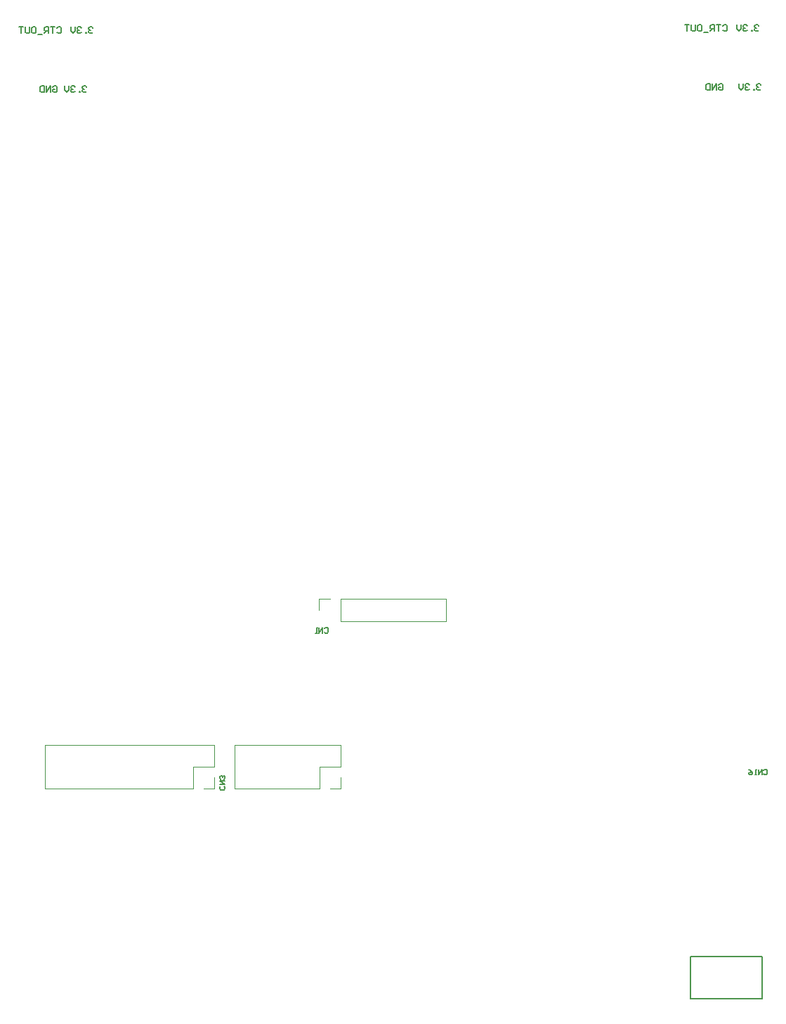
<source format=gbo>
G04*
G04 #@! TF.GenerationSoftware,Altium Limited,Altium Designer,20.1.12 (249)*
G04*
G04 Layer_Color=32896*
%FSLAX25Y25*%
%MOIN*%
G70*
G04*
G04 #@! TF.SameCoordinates,8DF9F49D-D30B-48C0-AB84-75DE52E997E5*
G04*
G04*
G04 #@! TF.FilePolarity,Positive*
G04*
G01*
G75*
%ADD16C,0.00700*%
%ADD19C,0.00472*%
%ADD21C,0.00500*%
D16*
X365071Y3488D02*
X398929D01*
Y23567D01*
X365071D02*
X398929D01*
X365071Y3488D02*
Y23567D01*
D19*
X199186Y103374D02*
Y108610D01*
X193950Y103374D02*
X199186D01*
Y113610D02*
Y123846D01*
X188950Y113610D02*
X199186D01*
X188950Y103374D02*
Y113610D01*
X148714Y123846D02*
X199186D01*
X148714Y103374D02*
X188950D01*
X148714D02*
Y123846D01*
X188714Y187900D02*
Y193136D01*
X193950D01*
X198950Y182664D02*
Y193136D01*
Y182664D02*
X249186D01*
X198950Y193136D02*
X249186D01*
Y182664D02*
Y193136D01*
X139186Y103374D02*
Y108610D01*
X133950Y103374D02*
X139186D01*
Y113610D02*
Y123846D01*
X128950Y113610D02*
X139186D01*
X128950Y103374D02*
Y113610D01*
X58714Y123846D02*
X139186D01*
X58714Y103374D02*
X128950D01*
X58714D02*
Y123846D01*
D21*
X378501Y436999D02*
X379000Y437499D01*
X380000D01*
X380500Y436999D01*
Y435000D01*
X380000Y434500D01*
X379000D01*
X378501Y435000D01*
Y435999D01*
X379500D01*
X377501Y434500D02*
Y437499D01*
X375502Y434500D01*
Y437499D01*
X374502D02*
Y434500D01*
X373002D01*
X372503Y435000D01*
Y436999D01*
X373002Y437499D01*
X374502D01*
X398500Y436999D02*
X398000Y437499D01*
X397001D01*
X396501Y436999D01*
Y436499D01*
X397001Y435999D01*
X397500D01*
X397001D01*
X396501Y435500D01*
Y435000D01*
X397001Y434500D01*
X398000D01*
X398500Y435000D01*
X395501Y434500D02*
Y435000D01*
X395001D01*
Y434500D01*
X395501D01*
X393002Y436999D02*
X392502Y437499D01*
X391502D01*
X391002Y436999D01*
Y436499D01*
X391502Y435999D01*
X392002D01*
X391502D01*
X391002Y435500D01*
Y435000D01*
X391502Y434500D01*
X392502D01*
X393002Y435000D01*
X390003Y437499D02*
Y435500D01*
X389003Y434500D01*
X388003Y435500D01*
Y437499D01*
X397500Y464999D02*
X397000Y465499D01*
X396001D01*
X395501Y464999D01*
Y464499D01*
X396001Y464000D01*
X396500D01*
X396001D01*
X395501Y463500D01*
Y463000D01*
X396001Y462500D01*
X397000D01*
X397500Y463000D01*
X394501Y462500D02*
Y463000D01*
X394001D01*
Y462500D01*
X394501D01*
X392002Y464999D02*
X391502Y465499D01*
X390502D01*
X390002Y464999D01*
Y464499D01*
X390502Y464000D01*
X391002D01*
X390502D01*
X390002Y463500D01*
Y463000D01*
X390502Y462500D01*
X391502D01*
X392002Y463000D01*
X389003Y465499D02*
Y463500D01*
X388003Y462500D01*
X387003Y463500D01*
Y465499D01*
X380501Y464999D02*
X381000Y465499D01*
X382000D01*
X382500Y464999D01*
Y463000D01*
X382000Y462500D01*
X381000D01*
X380501Y463000D01*
X379501Y465499D02*
X377502D01*
X378501D01*
Y462500D01*
X376502D02*
Y465499D01*
X375002D01*
X374503Y464999D01*
Y464000D01*
X375002Y463500D01*
X376502D01*
X375502D02*
X374503Y462500D01*
X373503Y462000D02*
X371504D01*
X369004Y465499D02*
X370004D01*
X370504Y464999D01*
Y463000D01*
X370004Y462500D01*
X369004D01*
X368505Y463000D01*
Y464999D01*
X369004Y465499D01*
X367505D02*
Y463000D01*
X367005Y462500D01*
X366005D01*
X365506Y463000D01*
Y465499D01*
X364506D02*
X362507D01*
X363506D01*
Y462500D01*
X64501Y463999D02*
X65000Y464499D01*
X66000D01*
X66500Y463999D01*
Y462000D01*
X66000Y461500D01*
X65000D01*
X64501Y462000D01*
X63501Y464499D02*
X61502D01*
X62501D01*
Y461500D01*
X60502D02*
Y464499D01*
X59002D01*
X58503Y463999D01*
Y462999D01*
X59002Y462500D01*
X60502D01*
X59502D02*
X58503Y461500D01*
X57503Y461000D02*
X55504D01*
X53004Y464499D02*
X54004D01*
X54504Y463999D01*
Y462000D01*
X54004Y461500D01*
X53004D01*
X52504Y462000D01*
Y463999D01*
X53004Y464499D01*
X51505D02*
Y462000D01*
X51005Y461500D01*
X50005D01*
X49505Y462000D01*
Y464499D01*
X48506D02*
X46507D01*
X47506D01*
Y461500D01*
X81500Y463999D02*
X81000Y464499D01*
X80001D01*
X79501Y463999D01*
Y463499D01*
X80001Y462999D01*
X80500D01*
X80001D01*
X79501Y462500D01*
Y462000D01*
X80001Y461500D01*
X81000D01*
X81500Y462000D01*
X78501Y461500D02*
Y462000D01*
X78001D01*
Y461500D01*
X78501D01*
X76002Y463999D02*
X75502Y464499D01*
X74502D01*
X74002Y463999D01*
Y463499D01*
X74502Y462999D01*
X75002D01*
X74502D01*
X74002Y462500D01*
Y462000D01*
X74502Y461500D01*
X75502D01*
X76002Y462000D01*
X73003Y464499D02*
Y462500D01*
X72003Y461500D01*
X71003Y462500D01*
Y464499D01*
X78500Y435999D02*
X78000Y436499D01*
X77000D01*
X76501Y435999D01*
Y435499D01*
X77000Y435000D01*
X77500D01*
X77000D01*
X76501Y434500D01*
Y434000D01*
X77000Y433500D01*
X78000D01*
X78500Y434000D01*
X75501Y433500D02*
Y434000D01*
X75001D01*
Y433500D01*
X75501D01*
X73002Y435999D02*
X72502Y436499D01*
X71502D01*
X71002Y435999D01*
Y435499D01*
X71502Y435000D01*
X72002D01*
X71502D01*
X71002Y434500D01*
Y434000D01*
X71502Y433500D01*
X72502D01*
X73002Y434000D01*
X70003Y436499D02*
Y434500D01*
X69003Y433500D01*
X68003Y434500D01*
Y436499D01*
X62501Y435999D02*
X63001Y436499D01*
X64000D01*
X64500Y435999D01*
Y434000D01*
X64000Y433500D01*
X63001D01*
X62501Y434000D01*
Y435000D01*
X63500D01*
X61501Y433500D02*
Y436499D01*
X59502Y433500D01*
Y436499D01*
X58502D02*
Y433500D01*
X57002D01*
X56503Y434000D01*
Y435999D01*
X57002Y436499D01*
X58502D01*
X399707Y111833D02*
X400124Y112250D01*
X400957D01*
X401374Y111833D01*
Y110167D01*
X400957Y109750D01*
X400124D01*
X399707Y110167D01*
X398874Y109750D02*
Y112250D01*
X397208Y109750D01*
Y112250D01*
X396375Y109750D02*
X395542D01*
X395959D01*
Y112250D01*
X396375Y111833D01*
X392626Y112250D02*
X393460Y111833D01*
X394292Y111000D01*
Y110167D01*
X393876Y109750D01*
X393043D01*
X392626Y110167D01*
Y110583D01*
X393043Y111000D01*
X394292D01*
X191334Y179083D02*
X191750Y179499D01*
X192584D01*
X193000Y179083D01*
Y177417D01*
X192584Y177000D01*
X191750D01*
X191334Y177417D01*
X190501Y177000D02*
Y179499D01*
X188835Y177000D01*
Y179499D01*
X188002Y177000D02*
X187169D01*
X187585D01*
Y179499D01*
X188002Y179083D01*
X143786Y104362D02*
X144203Y103946D01*
Y103113D01*
X143786Y102696D01*
X142120D01*
X141704Y103113D01*
Y103946D01*
X142120Y104362D01*
X141704Y105196D02*
X144203D01*
X141704Y106862D01*
X144203D01*
X143786Y107695D02*
X144203Y108111D01*
Y108944D01*
X143786Y109361D01*
X143370D01*
X142953Y108944D01*
Y108528D01*
Y108944D01*
X142537Y109361D01*
X142120D01*
X141704Y108944D01*
Y108111D01*
X142120Y107695D01*
M02*

</source>
